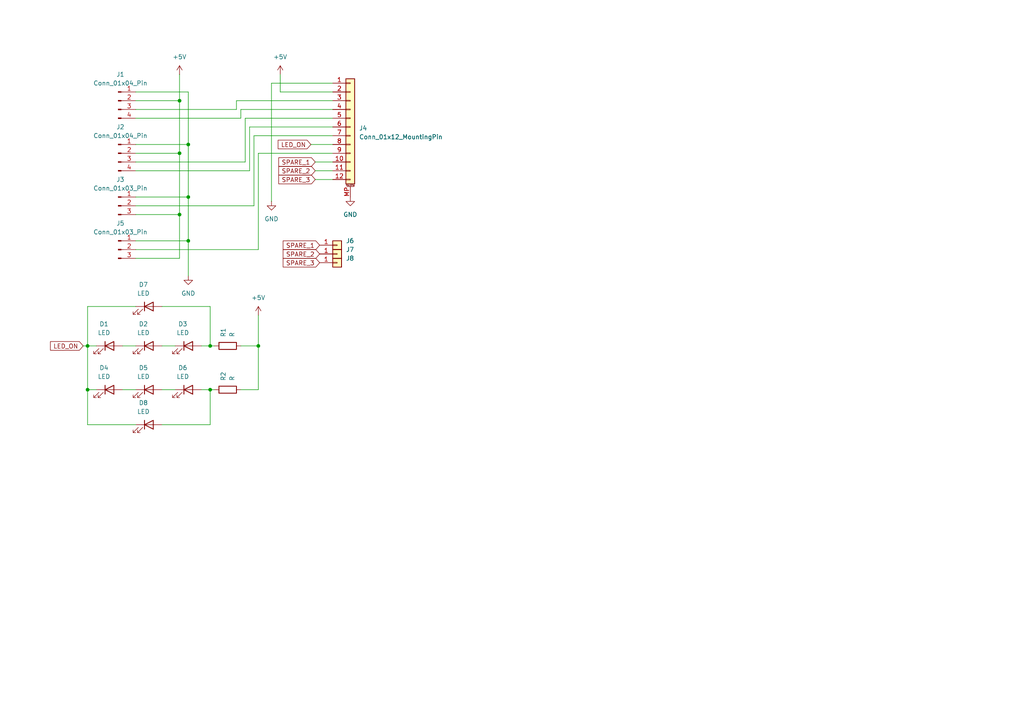
<source format=kicad_sch>
(kicad_sch (version 20231120) (generator "eeschema") (generator_version "8.0")
  (paper "A4")
  (lib_symbols
    (symbol "Connector:Conn_01x03_Pin" (pin_names (offset 1.016) hide)
      (property "Reference" "J" (at 0 5.08 0))
      (property "Value" "Conn_01x03_Pin" (at 0 -5.08 0))
      (symbol "Conn_01x03_Pin_1_1"
        (polyline (pts (xy 1.27 -2.54) (xy 0.8636 -2.54)) (stroke (width 0.1524)))
        (polyline (pts (xy 1.27 0) (xy 0.8636 0)) (stroke (width 0.1524)))
        (polyline (pts (xy 1.27 2.54) (xy 0.8636 2.54)) (stroke (width 0.1524)))
        (rectangle (start 0.8636 -2.413) (end 0 -2.667) (stroke (width 0.1524)) (fill (type outline)))
        (rectangle (start 0.8636 0.127) (end 0 -0.127) (stroke (width 0.1524)) (fill (type outline)))
        (rectangle (start 0.8636 2.667) (end 0 2.413) (stroke (width 0.1524)) (fill (type outline)))
        (pin passive line (at 5.08 2.54 180) (length 3.81) (name "Pin_1") (number "1"))
        (pin passive line (at 5.08 0 180) (length 3.81) (name "Pin_2") (number "2"))
        (pin passive line (at 5.08 -2.54 180) (length 3.81) (name "Pin_3") (number "3"))
      )
    )
    (symbol "Connector:Conn_01x04_Pin" (pin_names (offset 1.016) hide)
      (property "Reference" "J" (at 0 5.08 0))
      (property "Value" "Conn_01x04_Pin" (at 0 -7.62 0))
      (symbol "Conn_01x04_Pin_1_1"
        (polyline (pts (xy 1.27 -5.08) (xy 0.8636 -5.08)) (stroke (width 0.1524)))
        (polyline (pts (xy 1.27 -2.54) (xy 0.8636 -2.54)) (stroke (width 0.1524)))
        (polyline (pts (xy 1.27 0) (xy 0.8636 0)) (stroke (width 0.1524)))
        (polyline (pts (xy 1.27 2.54) (xy 0.8636 2.54)) (stroke (width 0.1524)))
        (rectangle (start 0.8636 -4.953) (end 0 -5.207) (stroke (width 0.1524)) (fill (type outline)))
        (rectangle (start 0.8636 -2.413) (end 0 -2.667) (stroke (width 0.1524)) (fill (type outline)))
        (rectangle (start 0.8636 0.127) (end 0 -0.127) (stroke (width 0.1524)) (fill (type outline)))
        (rectangle (start 0.8636 2.667) (end 0 2.413) (stroke (width 0.1524)) (fill (type outline)))
        (pin passive line (at 5.08 2.54 180) (length 3.81) (name "Pin_1") (number "1"))
        (pin passive line (at 5.08 0 180) (length 3.81) (name "Pin_2") (number "2"))
        (pin passive line (at 5.08 -2.54 180) (length 3.81) (name "Pin_3") (number "3"))
        (pin passive line (at 5.08 -5.08 180) (length 3.81) (name "Pin_4") (number "4"))
      )
    )
    (symbol "Connector_Generic:Conn_01x01" (pin_names (offset 1.016) hide)
      (property "Reference" "J" (at 0 2.54 0))
      (property "Value" "Conn_01x01" (at 0 -2.54 0))
      (symbol "Conn_01x01_1_1"
        (rectangle (start -1.27 0.127) (end 0 -0.127) (stroke (width 0.1524)))
        (rectangle (start -1.27 1.27) (end 1.27 -1.27) (stroke (width 0.254)) (fill (type background)))
        (pin passive line (at -5.08 0 0) (length 3.81) (name "Pin_1") (number "1"))
      )
    )
    (symbol "Connector_Generic_MountingPin:Conn_01x12_MountingPin" (pin_names (offset 1.016) hide)
      (property "Reference" "J" (at 0 15.24 0))
      (property "Value" "Conn_01x12_MountingPin" (at 1.27 -17.78 0))
      (symbol "Conn_01x12_MountingPin_1_1"
        (rectangle (start -1.27 -15.113) (end 0 -15.367) (stroke (width 0.1524)))
        (rectangle (start -1.27 -12.573) (end 0 -12.827) (stroke (width 0.1524)))
        (rectangle (start -1.27 -10.033) (end 0 -10.287) (stroke (width 0.1524)))
        (rectangle (start -1.27 -7.493) (end 0 -7.747) (stroke (width 0.1524)))
        (rectangle (start -1.27 -4.953) (end 0 -5.207) (stroke (width 0.1524)))
        (rectangle (start -1.27 -2.413) (end 0 -2.667) (stroke (width 0.1524)))
        (rectangle (start -1.27 0.127) (end 0 -0.127) (stroke (width 0.1524)))
        (rectangle (start -1.27 2.667) (end 0 2.413) (stroke (width 0.1524)))
        (rectangle (start -1.27 5.207) (end 0 4.953) (stroke (width 0.1524)))
        (rectangle (start -1.27 7.747) (end 0 7.493) (stroke (width 0.1524)))
        (rectangle (start -1.27 10.287) (end 0 10.033) (stroke (width 0.1524)))
        (rectangle (start -1.27 12.827) (end 0 12.573) (stroke (width 0.1524)))
        (rectangle (start -1.27 13.97) (end 1.27 -16.51) (stroke (width 0.254)) (fill (type background)))
        (polyline (pts (xy -1.016 -17.272) (xy 1.016 -17.272)) (stroke (width 0.1524)))
        (text "Mounting" (at 0 -16.891 0) (effects (font (size 0.381 0.381))))
        (pin passive line (at -5.08 12.7 0) (length 3.81) (name "Pin_1") (number "1"))
        (pin passive line (at -5.08 -10.16 0) (length 3.81) (name "Pin_10") (number "10"))
        (pin passive line (at -5.08 -12.7 0) (length 3.81) (name "Pin_11") (number "11"))
        (pin passive line (at -5.08 -15.24 0) (length 3.81) (name "Pin_12") (number "12"))
        (pin passive line (at -5.08 10.16 0) (length 3.81) (name "Pin_2") (number "2"))
        (pin passive line (at -5.08 7.62 0) (length 3.81) (name "Pin_3") (number "3"))
        (pin passive line (at -5.08 5.08 0) (length 3.81) (name "Pin_4") (number "4"))
        (pin passive line (at -5.08 2.54 0) (length 3.81) (name "Pin_5") (number "5"))
        (pin passive line (at -5.08 0 0) (length 3.81) (name "Pin_6") (number "6"))
        (pin passive line (at -5.08 -2.54 0) (length 3.81) (name "Pin_7") (number "7"))
        (pin passive line (at -5.08 -5.08 0) (length 3.81) (name "Pin_8") (number "8"))
        (pin passive line (at -5.08 -7.62 0) (length 3.81) (name "Pin_9") (number "9"))
        (pin passive line (at 0 -20.32 90) (length 3.048) (name "MountPin") (number "MP"))
      )
    )
    (symbol "Device:LED" (pin_numbers hide) (pin_names (offset 1.016) hide)
      (property "Reference" "D" (at 0 2.54 0))
      (property "Value" "LED" (at 0 -2.54 0))
      (symbol "LED_0_1"
        (polyline (pts (xy -1.27 -1.27) (xy -1.27 1.27)) (stroke (width 0.254)))
        (polyline (pts (xy -1.27 0) (xy 1.27 0)))
        (polyline (pts (xy 1.27 -1.27) (xy 1.27 1.27) (xy -1.27 0) (xy 1.27 -1.27)) (stroke (width 0.254)))
        (polyline (pts (xy -3.048 -0.762) (xy -4.572 -2.286) (xy -3.81 -2.286) (xy -4.572 -2.286) (xy -4.572 -1.524)))
        (polyline (pts (xy -1.778 -0.762) (xy -3.302 -2.286) (xy -2.54 -2.286) (xy -3.302 -2.286) (xy -3.302 -1.524)))
      )
      (symbol "LED_1_1"
        (pin passive line (at -3.81 0 0) (length 2.54) (name "K") (number "1"))
        (pin passive line (at 3.81 0 180) (length 2.54) (name "A") (number "2"))
      )
    )
    (symbol "Device:R" (pin_numbers hide) (pin_names (offset 0))
      (property "Reference" "R" (at 2.032 0 90))
      (property "Value" "R" (at 0 0 90))
      (symbol "R_0_1"
        (rectangle (start -1.016 -2.54) (end 1.016 2.54) (stroke (width 0.254)))
      )
      (symbol "R_1_1"
        (pin passive line (at 0 3.81 270) (length 1.27) (name "~") (number "1"))
        (pin passive line (at 0 -3.81 90) (length 1.27) (name "~") (number "2"))
      )
    )
    (symbol "power:+5V" (power) (pin_numbers hide) (pin_names (offset 0) hide)
      (property "Value" "+5V" (at 0 3.556 0))
      (symbol "+5V_0_1"
        (polyline (pts (xy -0.762 1.27) (xy 0 2.54)))
        (polyline (pts (xy 0 0) (xy 0 2.54)))
        (polyline (pts (xy 0 2.54) (xy 0.762 1.27)))
      )
      (symbol "+5V_1_1"
        (pin power_in line (at 0 0 90) (length 0) (name "~") (number "1"))
      )
    )
    (symbol "power:GND" (power) (pin_numbers hide) (pin_names (offset 0) hide)
      (property "Value" "GND" (at 0 -3.81 0))
      (symbol "GND_0_1"
        (polyline (pts (xy 0 0) (xy 0 -1.27) (xy 1.27 -1.27) (xy 0 -2.54) (xy -1.27 -1.27) (xy 0 -1.27)))
      )
      (symbol "GND_1_1"
        (pin power_in line (at 0 0 270) (length 0) (name "~") (number "1"))
      )
    )
  )
  (junction (at 52.07 62.23))
  (junction (at 54.61 69.85))
  (junction (at 60.96 100.33))
  (junction (at 60.96 113.03))
  (junction (at 52.07 44.45))
  (junction (at 25.4 113.03))
  (junction (at 74.93 100.33))
  (junction (at 52.07 29.21))
  (junction (at 25.4 100.33))
  (junction (at 54.61 57.15))
  (junction (at 54.61 41.91))
  (wire (pts (xy 72.39 36.83) (xy 72.39 49.53)))
  (wire (pts (xy 35.56 113.03) (xy 39.37 113.03)))
  (wire (pts (xy 46.99 113.03) (xy 50.8 113.03)))
  (wire (pts (xy 58.42 113.03) (xy 60.96 113.03)))
  (wire (pts (xy 39.37 72.39) (xy 74.93 72.39)))
  (wire (pts (xy 52.07 29.21) (xy 52.07 44.45)))
  (wire (pts (xy 81.28 21.59) (xy 81.28 26.67)))
  (wire (pts (xy 39.37 34.29) (xy 69.85 34.29)))
  (wire (pts (xy 91.44 46.99) (xy 96.52 46.99)))
  (wire (pts (xy 27.94 113.03) (xy 25.4 113.03)))
  (wire (pts (xy 96.52 29.21) (xy 68.58 29.21)))
  (wire (pts (xy 69.85 34.29) (xy 69.85 31.75)))
  (wire (pts (xy 78.74 24.13) (xy 78.74 58.42)))
  (wire (pts (xy 73.66 39.37) (xy 96.52 39.37)))
  (wire (pts (xy 96.52 26.67) (xy 81.28 26.67)))
  (wire (pts (xy 39.37 62.23) (xy 52.07 62.23)))
  (wire (pts (xy 60.96 123.19) (xy 60.96 113.03)))
  (wire (pts (xy 39.37 69.85) (xy 54.61 69.85)))
  (wire (pts (xy 60.96 100.33) (xy 62.23 100.33)))
  (wire (pts (xy 54.61 26.67) (xy 54.61 41.91)))
  (wire (pts (xy 69.85 31.75) (xy 96.52 31.75)))
  (wire (pts (xy 91.44 52.07) (xy 96.52 52.07)))
  (wire (pts (xy 60.96 88.9) (xy 60.96 100.33)))
  (wire (pts (xy 74.93 44.45) (xy 96.52 44.45)))
  (wire (pts (xy 25.4 113.03) (xy 25.4 100.33)))
  (wire (pts (xy 96.52 24.13) (xy 78.74 24.13)))
  (wire (pts (xy 39.37 26.67) (xy 54.61 26.67)))
  (wire (pts (xy 39.37 46.99) (xy 71.12 46.99)))
  (wire (pts (xy 68.58 31.75) (xy 39.37 31.75)))
  (wire (pts (xy 24.13 100.33) (xy 25.4 100.33)))
  (wire (pts (xy 71.12 34.29) (xy 96.52 34.29)))
  (wire (pts (xy 71.12 46.99) (xy 71.12 34.29)))
  (wire (pts (xy 74.93 100.33) (xy 74.93 91.44)))
  (wire (pts (xy 72.39 49.53) (xy 39.37 49.53)))
  (wire (pts (xy 39.37 59.69) (xy 73.66 59.69)))
  (wire (pts (xy 74.93 72.39) (xy 74.93 44.45)))
  (wire (pts (xy 39.37 88.9) (xy 25.4 88.9)))
  (wire (pts (xy 25.4 88.9) (xy 25.4 100.33)))
  (wire (pts (xy 54.61 57.15) (xy 54.61 69.85)))
  (wire (pts (xy 74.93 113.03) (xy 74.93 100.33)))
  (wire (pts (xy 25.4 123.19) (xy 25.4 113.03)))
  (wire (pts (xy 54.61 69.85) (xy 54.61 80.01)))
  (wire (pts (xy 52.07 21.59) (xy 52.07 29.21)))
  (wire (pts (xy 46.99 123.19) (xy 60.96 123.19)))
  (wire (pts (xy 60.96 113.03) (xy 62.23 113.03)))
  (wire (pts (xy 35.56 100.33) (xy 39.37 100.33)))
  (wire (pts (xy 25.4 100.33) (xy 27.94 100.33)))
  (wire (pts (xy 58.42 100.33) (xy 60.96 100.33)))
  (wire (pts (xy 39.37 29.21) (xy 52.07 29.21)))
  (wire (pts (xy 73.66 59.69) (xy 73.66 39.37)))
  (wire (pts (xy 39.37 41.91) (xy 54.61 41.91)))
  (wire (pts (xy 46.99 88.9) (xy 60.96 88.9)))
  (wire (pts (xy 39.37 74.93) (xy 52.07 74.93)))
  (wire (pts (xy 96.52 36.83) (xy 72.39 36.83)))
  (wire (pts (xy 39.37 123.19) (xy 25.4 123.19)))
  (wire (pts (xy 68.58 29.21) (xy 68.58 31.75)))
  (wire (pts (xy 52.07 74.93) (xy 52.07 62.23)))
  (wire (pts (xy 46.99 100.33) (xy 50.8 100.33)))
  (wire (pts (xy 91.44 49.53) (xy 96.52 49.53)))
  (wire (pts (xy 69.85 113.03) (xy 74.93 113.03)))
  (wire (pts (xy 39.37 57.15) (xy 54.61 57.15)))
  (wire (pts (xy 69.85 100.33) (xy 74.93 100.33)))
  (wire (pts (xy 39.37 44.45) (xy 52.07 44.45)))
  (wire (pts (xy 90.17 41.91) (xy 96.52 41.91)))
  (wire (pts (xy 52.07 62.23) (xy 52.07 44.45)))
  (wire (pts (xy 54.61 41.91) (xy 54.61 57.15)))
  (global_label "SPARE_3" (shape input) (at 92.71 76.2 180) (property "Intersheetrefs" "${INTERSHEET_REFS}" (effects (hide yes))))
  (global_label "SPARE_2" (shape input) (at 91.44 49.53 180) (property "Intersheetrefs" "${INTERSHEET_REFS}" (effects (hide yes))))
  (global_label "LED_ON" (shape input) (at 90.17 41.91 180) (property "Intersheetrefs" "${INTERSHEET_REFS}" (effects (hide yes))))
  (global_label "SPARE_2" (shape input) (at 92.71 73.66 180) (property "Intersheetrefs" "${INTERSHEET_REFS}" (effects (hide yes))))
  (global_label "SPARE_1" (shape input) (at 91.44 46.99 180) (property "Intersheetrefs" "${INTERSHEET_REFS}" (effects (hide yes))))
  (global_label "SPARE_1" (shape input) (at 92.71 71.12 180) (property "Intersheetrefs" "${INTERSHEET_REFS}" (effects (hide yes))))
  (global_label "SPARE_3" (shape input) (at 91.44 52.07 180) (property "Intersheetrefs" "${INTERSHEET_REFS}" (effects (hide yes))))
  (global_label "LED_ON" (shape input) (at 24.13 100.33 180) (property "Intersheetrefs" "${INTERSHEET_REFS}" (effects (hide yes))))
  (symbol (lib_id "Device:LED") (at 31.75 113.03 0) (unit 1)
    (property "Reference" "D4" (at 30.1625 106.68 0))
    (property "Value" "LED" (at 30.1625 109.22 0))
    (property "Footprint" "LED_SMD:LED_0805_2012Metric" (effects (hide yes)))
    (property "Description" "Light emitting diode" (effects (hide yes)))
  )
  (symbol (lib_id "Device:LED") (at 43.18 100.33 0) (unit 1)
    (property "Reference" "D2" (at 41.5925 93.98 0))
    (property "Value" "LED" (at 41.5925 96.52 0))
    (property "Footprint" "LED_SMD:LED_0805_2012Metric" (effects (hide yes)))
    (property "Description" "Light emitting diode" (effects (hide yes)))
  )
  (symbol (lib_id "power:+5V") (at 74.93 91.44 0) (unit 1)
    (property "Reference" "#PWR06" (effects (hide yes)))
    (property "Value" "+5V" (at 74.93 86.36 0))
    (property "Description" "Power symbol creates a global label with name \"+5V\"" (effects (hide yes)))
  )
  (symbol (lib_id "power:+5V") (at 81.28 21.59 0) (unit 1)
    (property "Reference" "#PWR05" (effects (hide yes)))
    (property "Value" "+5V" (at 81.28 16.51 0))
    (property "Description" "Power symbol creates a global label with name \"+5V\"" (effects (hide yes)))
  )
  (symbol (lib_id "Device:LED") (at 43.18 88.9 0) (unit 1)
    (property "Reference" "D7" (at 41.5925 82.55 0))
    (property "Value" "LED" (at 41.5925 85.09 0))
    (property "Footprint" "LED_THT:LED_D5.0mm" (effects (hide yes)))
    (property "Description" "Light emitting diode" (effects (hide yes)))
  )
  (symbol (lib_id "Connector_Generic:Conn_01x01") (at 97.79 73.66 0) (unit 1)
    (property "Reference" "J7" (at 100.33 72.3899 0) (effects (justify left)))
    (property "Value" "Conn_01x01" (effects (hide yes)))
    (property "Footprint" "Connector_Wire:SolderWirePad_1x01_SMD_1x2mm" (effects (hide yes)))
    (property "Description" "Generic connector, single row, 01x01, script generated (kicad-library-utils/schlib/autogen/connector/)" (effects (hide yes)))
  )
  (symbol (lib_id "power:GND") (at 101.6 57.15 0) (unit 1)
    (property "Reference" "#PWR03" (effects (hide yes)))
    (property "Value" "GND" (at 101.6 62.23 0))
    (property "Description" "Power symbol creates a global label with name \"GND\" , ground" (effects (hide yes)))
  )
  (symbol (lib_id "Device:LED") (at 54.61 113.03 0) (unit 1)
    (property "Reference" "D6" (at 53.0225 106.68 0))
    (property "Value" "LED" (at 53.0225 109.22 0))
    (property "Footprint" "LED_SMD:LED_0805_2012Metric" (effects (hide yes)))
    (property "Description" "Light emitting diode" (effects (hide yes)))
  )
  (symbol (lib_id "Device:LED") (at 43.18 123.19 0) (unit 1)
    (property "Reference" "D8" (at 41.5925 116.84 0))
    (property "Value" "LED" (at 41.5925 119.38 0))
    (property "Footprint" "LED_THT:LED_D5.0mm" (effects (hide yes)))
    (property "Description" "Light emitting diode" (effects (hide yes)))
  )
  (symbol (lib_id "Connector:Conn_01x04_Pin") (at 34.29 29.21 0) (unit 1)
    (property "Reference" "J1" (at 34.925 21.59 0))
    (property "Value" "Conn_01x04_Pin" (at 34.925 24.13 0))
    (property "Footprint" "Connector_PinHeader_2.54mm:PinHeader_1x04_P2.54mm_Vertical" (effects (hide yes)))
    (property "Description" "Generic connector, single row, 01x04, script generated" (effects (hide yes)))
  )
  (symbol (lib_id "power:+5V") (at 52.07 21.59 0) (unit 1)
    (property "Reference" "#PWR02" (effects (hide yes)))
    (property "Value" "+5V" (at 52.07 16.51 0))
    (property "Description" "Power symbol creates a global label with name \"+5V\"" (effects (hide yes)))
  )
  (symbol (lib_id "Connector_Generic:Conn_01x01") (at 97.79 71.12 0) (unit 1)
    (property "Reference" "J6" (at 100.33 69.8499 0) (effects (justify left)))
    (property "Value" "Conn_01x01" (effects (hide yes)))
    (property "Footprint" "Connector_Wire:SolderWirePad_1x01_SMD_1x2mm" (effects (hide yes)))
    (property "Description" "Generic connector, single row, 01x01, script generated (kicad-library-utils/schlib/autogen/connector/)" (effects (hide yes)))
  )
  (symbol (lib_id "Connector:Conn_01x03_Pin") (at 34.29 72.39 0) (unit 1)
    (property "Reference" "J5" (at 34.925 64.77 0))
    (property "Value" "Conn_01x03_Pin" (at 34.925 67.31 0))
    (property "Footprint" "Connector_PinHeader_2.54mm:PinHeader_1x03_P2.54mm_Vertical_SMD_Pin1Left" (effects (hide yes)))
    (property "Description" "Generic connector, single row, 01x03, script generated" (effects (hide yes)))
  )
  (symbol (lib_id "Device:LED") (at 43.18 113.03 0) (unit 1)
    (property "Reference" "D5" (at 41.5925 106.68 0))
    (property "Value" "LED" (at 41.5925 109.22 0))
    (property "Footprint" "LED_SMD:LED_0805_2012Metric" (effects (hide yes)))
    (property "Description" "Light emitting diode" (effects (hide yes)))
  )
  (symbol (lib_id "Connector:Conn_01x03_Pin") (at 34.29 59.69 0) (unit 1)
    (property "Reference" "J3" (at 34.925 52.07 0))
    (property "Value" "Conn_01x03_Pin" (at 34.925 54.61 0))
    (property "Footprint" "Connector_PinHeader_2.54mm:PinHeader_1x03_P2.54mm_Vertical_SMD_Pin1Left" (effects (hide yes)))
    (property "Description" "Generic connector, single row, 01x03, script generated" (effects (hide yes)))
  )
  (symbol (lib_id "power:GND") (at 54.61 80.01 0) (unit 1)
    (property "Reference" "#PWR01" (effects (hide yes)))
    (property "Value" "GND" (at 54.61 85.09 0))
    (property "Description" "Power symbol creates a global label with name \"GND\" , ground" (effects (hide yes)))
  )
  (symbol (lib_id "Connector_Generic_MountingPin:Conn_01x12_MountingPin") (at 101.6 36.83 0) (unit 1)
    (property "Reference" "J4" (at 104.14 37.1855 0) (effects (justify left)))
    (property "Value" "Conn_01x12_MountingPin" (at 104.14 39.7255 0) (effects (justify left)))
    (property "Footprint" "Connector_JST:JST_PH_B12B-PH-SM4-TB_1x12-1MP_P2.00mm_Vertical" (effects (hide yes)))
    (property "Description" "Generic connectable mounting pin connector, single row, 01x12, script generated (kicad-library-utils/schlib/autogen/connector/)" (effects (hide yes)))
  )
  (symbol (lib_id "Device:LED") (at 31.75 100.33 0) (unit 1)
    (property "Reference" "D1" (at 30.1625 93.98 0))
    (property "Value" "LED" (at 30.1625 96.52 0))
    (property "Footprint" "LED_SMD:LED_0805_2012Metric" (effects (hide yes)))
    (property "Description" "Light emitting diode" (effects (hide yes)))
  )
  (symbol (lib_id "Device:LED") (at 54.61 100.33 0) (unit 1)
    (property "Reference" "D3" (at 53.0225 93.98 0))
    (property "Value" "LED" (at 53.0225 96.52 0))
    (property "Footprint" "LED_SMD:LED_0805_2012Metric" (effects (hide yes)))
    (property "Description" "Light emitting diode" (effects (hide yes)))
  )
  (symbol (lib_id "power:GND") (at 78.74 58.42 0) (unit 1)
    (property "Reference" "#PWR04" (effects (hide yes)))
    (property "Value" "GND" (at 78.74 63.5 0))
    (property "Description" "Power symbol creates a global label with name \"GND\" , ground" (effects (hide yes)))
  )
  (symbol (lib_id "Connector_Generic:Conn_01x01") (at 97.79 76.2 0) (unit 1)
    (property "Reference" "J8" (at 100.33 74.9299 0) (effects (justify left)))
    (property "Value" "Conn_01x01" (effects (hide yes)))
    (property "Footprint" "Connector_Wire:SolderWirePad_1x01_SMD_1x2mm" (effects (hide yes)))
    (property "Description" "Generic connector, single row, 01x01, script generated (kicad-library-utils/schlib/autogen/connector/)" (effects (hide yes)))
  )
  (symbol (lib_id "Device:R") (at 66.04 100.33 90) (unit 1)
    (property "Reference" "R1" (at 64.7699 97.79 0) (effects (justify left)))
    (property "Value" "R" (at 67.3099 97.79 0) (effects (justify left)))
    (property "Footprint" "Resistor_SMD:R_0805_2012Metric_Pad1.20x1.40mm_HandSolder" (effects (hide yes)))
    (property "Description" "Resistor" (effects (hide yes)))
  )
  (symbol (lib_id "Device:R") (at 66.04 113.03 90) (unit 1)
    (property "Reference" "R2" (at 64.7699 110.49 0) (effects (justify left)))
    (property "Value" "R" (at 67.3099 110.49 0) (effects (justify left)))
    (property "Footprint" "Resistor_SMD:R_0805_2012Metric_Pad1.20x1.40mm_HandSolder" (effects (hide yes)))
    (property "Description" "Resistor" (effects (hide yes)))
  )
  (symbol (lib_id "Connector:Conn_01x04_Pin") (at 34.29 44.45 0) (unit 1)
    (property "Reference" "J2" (at 34.925 36.83 0))
    (property "Value" "Conn_01x04_Pin" (at 34.925 39.37 0))
    (property "Footprint" "Connector_PinHeader_2.54mm:PinHeader_1x04_P2.54mm_Vertical" (effects (hide yes)))
    (property "Description" "Generic connector, single row, 01x04, script generated" (effects (hide yes)))
  )
)
</source>
